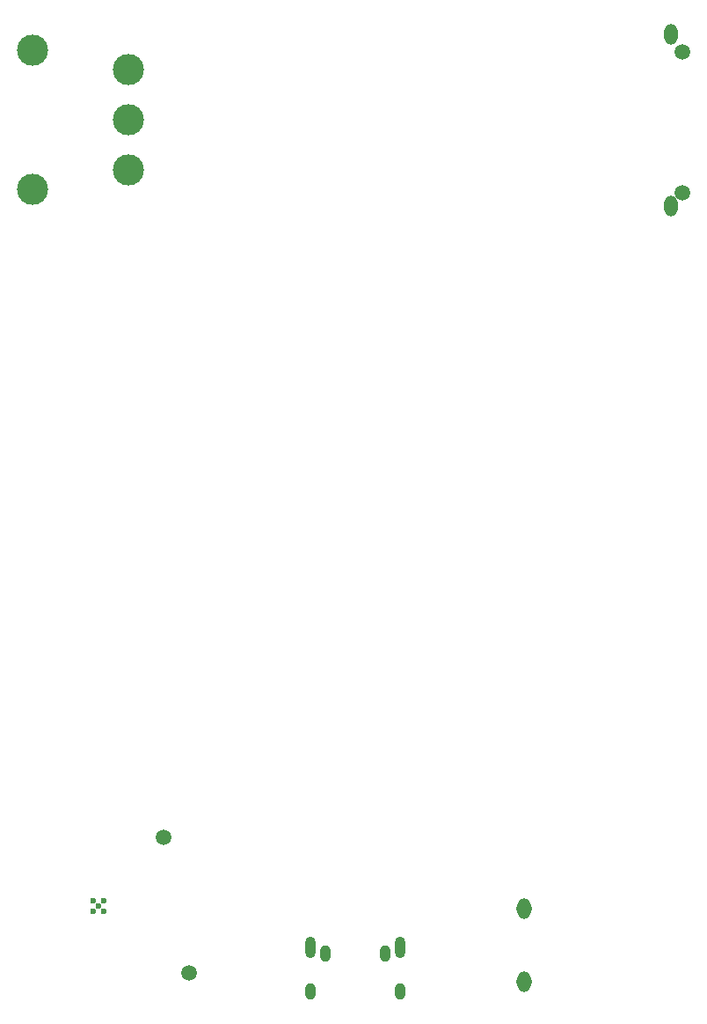
<source format=gbr>
%TF.GenerationSoftware,KiCad,Pcbnew,8.0.9*%
<<<<<<< HEAD
%TF.CreationDate,2025-05-06T07:17:22-07:00*%
=======
%TF.CreationDate,2025-05-02T13:50:10-07:00*%
>>>>>>> main
%TF.ProjectId,EV12 Board Design,45563132-2042-46f6-9172-642044657369,EV12*%
%TF.SameCoordinates,Original*%
%TF.FileFunction,Soldermask,Bot*%
%TF.FilePolarity,Negative*%
%FSLAX46Y46*%
G04 Gerber Fmt 4.6, Leading zero omitted, Abs format (unit mm)*
<<<<<<< HEAD
G04 Created by KiCad (PCBNEW 8.0.9) date 2025-05-06 07:17:22*
=======
G04 Created by KiCad (PCBNEW 8.0.9) date 2025-05-02 13:50:10*
>>>>>>> main
%MOMM*%
%LPD*%
G01*
G04 APERTURE LIST*
<<<<<<< HEAD
%ADD10C,1.500000*%
%ADD11O,1.400000X3.000000*%
%ADD12C,3.000000*%
%ADD13C,0.650000*%
%ADD14O,1.000000X2.100000*%
%ADD15O,1.000000X1.600000*%
%ADD16C,0.600000*%
G04 APERTURE END LIST*
D10*
=======
%ADD10O,1.300000X2.000000*%
%ADD11C,1.500000*%
%ADD12C,3.000000*%
%ADD13O,1.000000X1.600000*%
%ADD14O,1.000000X2.100000*%
%ADD15C,0.650000*%
%ADD16C,0.600000*%
G04 APERTURE END LIST*
D10*
%TO.C,SW2*%
X177360000Y-52090000D03*
%TD*%
%TO.C,SW1*%
X177360000Y-68590000D03*
%TD*%
D11*
>>>>>>> main
%TO.C,TP1*%
X128510000Y-129290000D03*
%TD*%
%TO.C,TP2*%
X131010000Y-142290000D03*
%TD*%
<<<<<<< HEAD
D11*
%TO.C,SW3*%
X178510000Y-53780000D03*
%TD*%
D12*
%TO.C,SW6*%
X125110000Y-65090000D03*
X125110000Y-60290000D03*
X125110000Y-55490000D03*
X115910000Y-53640000D03*
X115910000Y-66940000D03*
%TD*%
D10*
%TO.C,J2*%
X163260000Y-143140000D03*
X163260000Y-136140000D03*
%TD*%
D13*
%TO.C,J9*%
X144110000Y-140446000D03*
X149890000Y-140446000D03*
D14*
X142680000Y-139916000D03*
D15*
X142680000Y-144096000D03*
D14*
X151320000Y-139916000D03*
D15*
X151320000Y-144096000D03*
=======
D12*
%TO.C,SW6*%
X115910000Y-66940000D03*
X115910000Y-53640000D03*
X125110000Y-55490000D03*
X125110000Y-60290000D03*
X125110000Y-65090000D03*
%TD*%
D11*
%TO.C,J2*%
X163260000Y-136140000D03*
X163260000Y-143140000D03*
%TD*%
D13*
%TO.C,J9*%
X151320000Y-144096000D03*
D14*
X151320000Y-139916000D03*
D13*
X142680000Y-144096000D03*
D14*
X142680000Y-139916000D03*
D15*
X149890000Y-140446000D03*
X144110000Y-140446000D03*
>>>>>>> main
%TD*%
D16*
%TO.C,U7*%
X121770000Y-136430000D03*
X122770000Y-136430000D03*
X122270000Y-135930000D03*
X121770000Y-135430000D03*
X122770000Y-135430000D03*
%TD*%
<<<<<<< HEAD
D11*
%TO.C,SW1*%
X178510000Y-67280000D03*
%TD*%
=======
>>>>>>> main
M02*

</source>
